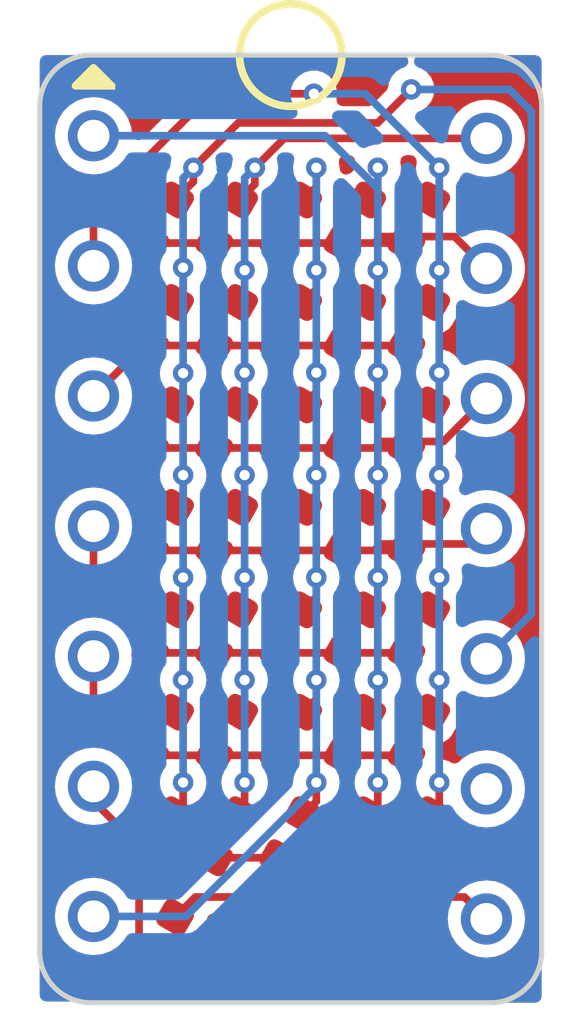
<source format=kicad_pcb>
(kicad_pcb (version 20221018) (generator pcbnew)
  (layers (0 "F.Cu" signal) (31 "B.Cu" signal) (34 "B.Paste" user) (35 "F.Paste" user) (36 "B.SilkS" user "B.Silkscreen") (37 "F.SilkS" user "F.Silkscreen") (38 "B.Mask" user) (39 "F.Mask" user) (44 "Edge.Cuts" user))
  (net 0 "")
  (net 1 "R1")
  (net 2 "C1")
  (net 3 "R2")
  (net 4 "R3")
  (net 5 "R4")
  (net 6 "R5")
  (net 7 "R6")
  (net 8 "R7")
  (net 9 "C2")
  (net 10 "C3")
  (net 11 "C4")
  (net 12 "C5")
  (net 13 "DP")
  (footprint "LED_SMD:LED_0402_1005Metric" (layer "F.Cu") (at 22.25 23.36375 60)
    (fp_text reference "D25" hide)
    (fp_text value "LED" hide)
    (pad "1" smd roundrect (at -0.485 0 60) (size 0.59 0.64) (layers "F.Cu" "F.Paste" "F.Mask") (net 4 "R3"))
    (pad "2" smd roundrect (at 0.485 0 60) (size 0.59 0.64) (layers "F.Cu" "F.Paste" "F.Mask") (net 11 "C4"))
  )
  (footprint "LED_SMD:LED_0402_1005Metric" (layer "F.Cu") (at 23.5 31.36375 60)
    (fp_text reference "D36" hide)
    (fp_text value "LED" hide)
    (pad "1" smd roundrect (at -0.485 0 60) (size 0.59 0.64) (layers "F.Cu" "F.Paste" "F.Mask") (net 8 "R7"))
    (pad "2" smd roundrect (at 0.485 0 60) (size 0.59 0.64) (layers "F.Cu" "F.Paste" "F.Mask") (net 12 "C5"))
  )
  (footprint "Connector_PinHeader_2.54mm:PinHeader_1x07_P2.54mm_Vertical" (layer "F.Cu") (at 24.82 17.73875)
    (fp_text reference "J2" hide)
    (fp_text value "Conn_01x07" hide)
    (pad "1" thru_hole circle (at 0 0) (size 1 1) (drill 0.625) (layers "*.Cu" "*.Mask") (net 9 "C2"))
    (pad "2" thru_hole circle (at 0 2.54) (size 1 1) (drill 0.625) (layers "*.Cu" "*.Mask") (net 1 "R1"))
    (pad "3" thru_hole circle (at 0 5.08) (size 1 1) (drill 0.625) (layers "*.Cu" "*.Mask") (net 4 "R3"))
    (pad "4" thru_hole circle (at 0 7.62) (size 1 1) (drill 0.625) (layers "*.Cu" "*.Mask") (net 5 "R4"))
    (pad "5" thru_hole circle (at 0 10.16) (size 1 1) (drill 0.625) (layers "*.Cu" "*.Mask") (net 2 "C1"))
    (pad "6" thru_hole circle (at 0 12.7) (size 1 1) (drill 0.625) (layers "*.Cu" "*.Mask"))
    (pad "7" thru_hole circle (at 0 15.24) (size 1 1) (drill 0.625) (layers "*.Cu" "*.Mask") (net 13 "DP"))
  )
  (footprint "LED_SMD:LED_0402_1005Metric" (layer "F.Cu") (at 19.75 31.36375 60)
    (fp_text reference "D15" hide)
    (fp_text value "LED" hide)
    (pad "1" smd roundrect (at -0.485 0 60) (size 0.59 0.64) (layers "F.Cu" "F.Paste" "F.Mask") (net 8 "R7"))
    (pad "2" smd roundrect (at 0.485 0 60) (size 0.59 0.64) (layers "F.Cu" "F.Paste" "F.Mask") (net 9 "C2"))
  )
  (footprint "LED_SMD:LED_0402_1005Metric" (layer "F.Cu") (at 19.75 29.36375 60)
    (fp_text reference "D14" hide)
    (fp_text value "LED" hide)
    (pad "1" smd roundrect (at -0.485 0 60) (size 0.59 0.64) (layers "F.Cu" "F.Paste" "F.Mask") (net 7 "R6"))
    (pad "2" smd roundrect (at 0.485 0 60) (size 0.59 0.64) (layers "F.Cu" "F.Paste" "F.Mask") (net 9 "C2"))
  )
  (footprint "LED_SMD:LED_0402_1005Metric" (layer "F.Cu") (at 18.5 19.36375 60)
    (fp_text reference "D1" hide)
    (fp_text value "LED" hide)
    (pad "1" smd roundrect (at -0.485 0 60) (size 0.59 0.64) (layers "F.Cu" "F.Paste" "F.Mask") (net 1 "R1"))
    (pad "2" smd roundrect (at 0.485 0 60) (size 0.59 0.64) (layers "F.Cu" "F.Paste" "F.Mask") (net 2 "C1"))
  )
  (footprint "LED_SMD:LED_0402_1005Metric" (layer "F.Cu") (at 22.25 21.36375 60)
    (fp_text reference "D24" hide)
    (fp_text value "LED" hide)
    (pad "1" smd roundrect (at -0.485 0 60) (size 0.59 0.64) (layers "F.Cu" "F.Paste" "F.Mask") (net 3 "R2"))
    (pad "2" smd roundrect (at 0.485 0 60) (size 0.59 0.64) (layers "F.Cu" "F.Paste" "F.Mask") (net 11 "C4"))
  )
  (footprint "LED_SMD:LED_0402_1005Metric" (layer "F.Cu") (at 18.5 29.36375 60)
    (fp_text reference "D6" hide)
    (fp_text value "LED" hide)
    (pad "1" smd roundrect (at -0.485 0 60) (size 0.59 0.64) (layers "F.Cu" "F.Paste" "F.Mask") (net 7 "R6"))
    (pad "2" smd roundrect (at 0.485 0 60) (size 0.59 0.64) (layers "F.Cu" "F.Paste" "F.Mask") (net 2 "C1"))
  )
  (footprint "LED_SMD:LED_0402_1005Metric" (layer "F.Cu") (at 21 23.36375 60)
    (fp_text reference "D18" hide)
    (fp_text value "LED" hide)
    (pad "1" smd roundrect (at -0.485 0 60) (size 0.59 0.64) (layers "F.Cu" "F.Paste" "F.Mask") (net 4 "R3"))
    (pad "2" smd roundrect (at 0.485 0 60) (size 0.59 0.64) (layers "F.Cu" "F.Paste" "F.Mask") (net 10 "C3"))
  )
  (footprint "LED_SMD:LED_0402_1005Metric" (layer "F.Cu") (at 22.25 25.36375 60)
    (fp_text reference "D26" hide)
    (fp_text value "LED" hide)
    (pad "1" smd roundrect (at -0.485 0 60) (size 0.59 0.64) (layers "F.Cu" "F.Paste" "F.Mask") (net 5 "R4"))
    (pad "2" smd roundrect (at 0.485 0 60) (size 0.59 0.64) (layers "F.Cu" "F.Paste" "F.Mask") (net 11 "C4"))
  )
  (footprint "LED_SMD:LED_0402_1005Metric" (layer "F.Cu") (at 19.75 25.36375 60)
    (fp_text reference "D12" hide)
    (fp_text value "LED" hide)
    (pad "1" smd roundrect (at -0.485 0 60) (size 0.59 0.64) (layers "F.Cu" "F.Paste" "F.Mask") (net 5 "R4"))
    (pad "2" smd roundrect (at 0.485 0 60) (size 0.59 0.64) (layers "F.Cu" "F.Paste" "F.Mask") (net 9 "C2"))
  )
  (footprint "LED_SMD:LED_0402_1005Metric" (layer "F.Cu") (at 22.25 29.36375 60)
    (fp_text reference "D28" hide)
    (fp_text value "LED" hide)
    (pad "1" smd roundrect (at -0.485 0 60) (size 0.59 0.64) (layers "F.Cu" "F.Paste" "F.Mask") (net 7 "R6"))
    (pad "2" smd roundrect (at 0.485 0 60) (size 0.59 0.64) (layers "F.Cu" "F.Paste" "F.Mask") (net 11 "C4"))
  )
  (footprint "LED_SMD:LED_0402_1005Metric" (layer "F.Cu") (at 19.75 23.36375 60)
    (fp_text reference "D11" hide)
    (fp_text value "LED" hide)
    (pad "1" smd roundrect (at -0.485 0 60) (size 0.59 0.64) (layers "F.Cu" "F.Paste" "F.Mask") (net 4 "R3"))
    (pad "2" smd roundrect (at 0.485 0 60) (size 0.59 0.64) (layers "F.Cu" "F.Paste" "F.Mask") (net 9 "C2"))
  )
  (footprint "LED_SMD:LED_0402_1005Metric" (layer "F.Cu") (at 23.5 29.36375 60)
    (fp_text reference "D35" hide)
    (fp_text value "LED" hide)
    (pad "1" smd roundrect (at -0.485 0 60) (size 0.59 0.64) (layers "F.Cu" "F.Paste" "F.Mask") (net 7 "R6"))
    (pad "2" smd roundrect (at 0.485 0 60) (size 0.59 0.64) (layers "F.Cu" "F.Paste" "F.Mask") (net 12 "C5"))
  )
  (footprint "LED_SMD:LED_0402_1005Metric" (layer "F.Cu") (at 18.5 27.36375 60)
    (fp_text reference "D5" hide)
    (fp_text value "LED" hide)
    (pad "1" smd roundrect (at -0.485 0 60) (size 0.59 0.64) (layers "F.Cu" "F.Paste" "F.Mask") (net 6 "R5"))
    (pad "2" smd roundrect (at 0.485 0 60) (size 0.59 0.64) (layers "F.Cu" "F.Paste" "F.Mask") (net 2 "C1"))
  )
  (footprint "LED_SMD:LED_0402_1005Metric" (layer "F.Cu") (at 21 25.36375 60)
    (fp_text reference "D19" hide)
    (fp_text value "LED" hide)
    (pad "1" smd roundrect (at -0.485 0 60) (size 0.59 0.64) (layers "F.Cu" "F.Paste" "F.Mask") (net 5 "R4"))
    (pad "2" smd roundrect (at 0.485 0 60) (size 0.59 0.64) (layers "F.Cu" "F.Paste" "F.Mask") (net 10 "C3"))
  )
  (footprint "LED_SMD:LED_0402_1005Metric" (layer "F.Cu") (at 19.75 19.36375 60)
    (fp_text reference "D9" hide)
    (fp_text value "LED" hide)
    (pad "1" smd roundrect (at -0.485 0 60) (size 0.59 0.64) (layers "F.Cu" "F.Paste" "F.Mask") (net 1 "R1"))
    (pad "2" smd roundrect (at 0.485 0 60) (size 0.59 0.64) (layers "F.Cu" "F.Paste" "F.Mask") (net 9 "C2"))
  )
  (footprint "LED_SMD:LED_0402_1005Metric" (layer "F.Cu") (at 18.5 23.36375 60)
    (fp_text reference "D3" hide)
    (fp_text value "LED" hide)
    (pad "1" smd roundrect (at -0.485 0 60) (size 0.59 0.64) (layers "F.Cu" "F.Paste" "F.Mask") (net 4 "R3"))
    (pad "2" smd roundrect (at 0.485 0 60) (size 0.59 0.64) (layers "F.Cu" "F.Paste" "F.Mask") (net 2 "C1"))
  )
  (footprint "LED_SMD:LED_0402_1005Metric" (layer "F.Cu") (at 21 29.36375 60)
    (fp_text reference "D21" hide)
    (fp_text value "LED" hide)
    (pad "1" smd roundrect (at -0.485 0 60) (size 0.59 0.64) (layers "F.Cu" "F.Paste" "F.Mask") (net 7 "R6"))
    (pad "2" smd roundrect (at 0.485 0 60) (size 0.59 0.64) (layers "F.Cu" "F.Paste" "F.Mask") (net 10 "C3"))
  )
  (footprint "LED_SMD:LED_0402_1005Metric" (layer "F.Cu") (at 19.75 27.36375 60)
    (fp_text reference "D13" hide)
    (fp_text value "LED" hide)
    (pad "1" smd roundrect (at -0.485 0 60) (size 0.59 0.64) (layers "F.Cu" "F.Paste" "F.Mask") (net 6 "R5"))
    (pad "2" smd roundrect (at 0.485 0 60) (size 0.59 0.64) (layers "F.Cu" "F.Paste" "F.Mask") (net 9 "C2"))
  )
  (footprint "Connector_PinHeader_2.54mm:PinHeader_1x07_P2.54mm_Vertical" (layer "F.Cu") (at 17.15 17.68875)
    (fp_text reference "J1" hide)
    (fp_text value "Conn_01x07" hide)
    (pad "1" thru_hole circle (at 0 0) (size 1 1) (drill 0.625) (layers "*.Cu" "*.Mask") (net 11 "C4"))
    (pad "2" thru_hole circle (at 0 2.54) (size 1 1) (drill 0.625) (layers "*.Cu" "*.Mask") (net 12 "C5"))
    (pad "3" thru_hole circle (at 0 5.08) (size 1 1) (drill 0.625) (layers "*.Cu" "*.Mask") (net 3 "R2"))
    (pad "4" thru_hole circle (at 0 7.62) (size 1 1) (drill 0.625) (layers "*.Cu" "*.Mask") (net 6 "R5"))
    (pad "5" thru_hole circle (at 0 10.16) (size 1 1) (drill 0.625) (layers "*.Cu" "*.Mask") (net 7 "R6"))
    (pad "6" thru_hole circle (at 0 12.7) (size 1 1) (drill 0.625) (layers "*.Cu" "*.Mask") (net 8 "R7"))
    (pad "7" thru_hole circle (at 0 15.24) (size 1 1) (drill 0.625) (layers "*.Cu" "*.Mask") (net 10 "C3"))
  )
  (footprint "LED_SMD:LED_0402_1005Metric" (layer "F.Cu") (at 23.5 27.36375 60)
    (fp_text reference "D34" hide)
    (fp_text value "LED" hide)
    (pad "1" smd roundrect (at -0.485 0 60) (size 0.59 0.64) (layers "F.Cu" "F.Paste" "F.Mask") (net 6 "R5"))
    (pad "2" smd roundrect (at 0.485 0 60) (size 0.59 0.64) (layers "F.Cu" "F.Paste" "F.Mask") (net 12 "C5"))
  )
  (footprint "LED_SMD:LED_0402_1005Metric" (layer "F.Cu") (at 18.5 31.36375 60)
    (fp_text reference "D7" hide)
    (fp_text value "LED" hide)
    (pad "1" smd roundrect (at -0.485 0 60) (size 0.59 0.64) (layers "F.Cu" "F.Paste" "F.Mask") (net 8 "R7"))
    (pad "2" smd roundrect (at 0.485 0 60) (size 0.59 0.64) (layers "F.Cu" "F.Paste" "F.Mask") (net 2 "C1"))
  )
  (footprint "LED_SMD:LED_0402_1005Metric" (layer "F.Cu") (at 23.5 25.36375 60)
    (fp_text reference "D33" hide)
    (fp_text value "LED" hide)
    (pad "1" smd roundrect (at -0.485 0 60) (size 0.59 0.64) (layers "F.Cu" "F.Paste" "F.Mask") (net 5 "R4"))
    (pad "2" smd roundrect (at 0.485 0 60) (size 0.59 0.64) (layers "F.Cu" "F.Paste" "F.Mask") (net 12 "C5"))
  )
  (footprint "LED_SMD:LED_0402_1005Metric" (layer "F.Cu") (at 21 31.36375 60)
    (fp_text reference "D22" hide)
    (fp_text value "LED" hide)
    (pad "1" smd roundrect (at -0.485 0 60) (size 0.59 0.64) (layers "F.Cu" "F.Paste" "F.Mask") (net 8 "R7"))
    (pad "2" smd roundrect (at 0.485 0 60) (size 0.59 0.64) (layers "F.Cu" "F.Paste" "F.Mask") (net 10 "C3"))
  )
  (footprint "LED_SMD:LED_0402_1005Metric" (layer "F.Cu") (at 18.5 25.36375 60)
    (fp_text reference "D4" hide)
    (fp_text value "LED" hide)
    (pad "1" smd roundrect (at -0.485 0 60) (size 0.59 0.64) (layers "F.Cu" "F.Paste" "F.Mask") (net 5 "R4"))
    (pad "2" smd roundrect (at 0.485 0 60) (size 0.59 0.64) (layers "F.Cu" "F.Paste" "F.Mask") (net 2 "C1"))
  )
  (footprint "LED_SMD:LED_0402_1005Metric" (layer "F.Cu") (at 21 19.36375 60)
    (fp_text reference "D16" hide)
    (fp_text value "LED" hide)
    (pad "1" smd roundrect (at -0.485 0 60) (size 0.59 0.64) (layers "F.Cu" "F.Paste" "F.Mask") (net 1 "R1"))
    (pad "2" smd roundrect (at 0.485 0 60) (size 0.59 0.64) (layers "F.Cu" "F.Paste" "F.Mask") (net 10 "C3"))
  )
  (footprint "LED_SMD:LED_0402_1005Metric" (layer "F.Cu") (at 22.25 31.36375 60)
    (fp_text reference "D29" hide)
    (fp_text value "LED" hide)
    (pad "1" smd roundrect (at -0.485 0 60) (size 0.59 0.64) (layers "F.Cu" "F.Paste" "F.Mask") (net 8 "R7"))
    (pad "2" smd roundrect (at 0.485 0 60) (size 0.59 0.64) (layers "F.Cu" "F.Paste" "F.Mask") (net 11 "C4"))
  )
  (footprint "LED_SMD:LED_0402_1005Metric" (layer "F.Cu") (at 23.5 23.36375 60)
    (fp_text reference "D32" hide)
    (fp_text value "LED" hide)
    (pad "1" smd roundrect (at -0.485 0 60) (size 0.59 0.64) (layers "F.Cu" "F.Paste" "F.Mask") (net 4 "R3"))
    (pad "2" smd roundrect (at 0.485 0 60) (size 0.59 0.64) (layers "F.Cu" "F.Paste" "F.Mask") (net 12 "C5"))
  )
  (footprint "LED_SMD:LED_0402_1005Metric" (layer "F.Cu") (at 22.25 27.36375 60)
    (fp_text reference "D27" hide)
    (fp_text value "LED" hide)
    (pad "1" smd roundrect (at -0.485 0 60) (size 0.59 0.64) (layers "F.Cu" "F.Paste" "F.Mask") (net 6 "R5"))
    (pad "2" smd roundrect (at 0.485 0 60) (size 0.59 0.64) (layers "F.Cu" "F.Paste" "F.Mask") (net 11 "C4"))
  )
  (footprint "LED_SMD:LED_0402_1005Metric" (layer "F.Cu") (at 18.5 21.36375 60)
    (fp_text reference "D2" hide)
    (fp_text value "LED" hide)
    (pad "1" smd roundrect (at -0.485 0 60) (size 0.59 0.64) (layers "F.Cu" "F.Paste" "F.Mask") (net 3 "R2"))
    (pad "2" smd roundrect (at 0.485 0 60) (size 0.59 0.64) (layers "F.Cu" "F.Paste" "F.Mask") (net 2 "C1"))
  )
  (footprint "LED_SMD:LED_0402_1005Metric" (layer "F.Cu") (at 18.5 33.36375 60)
    (fp_text reference "D8" hide)
    (fp_text value "LED" hide)
    (pad "1" smd roundrect (at -0.485 0 60) (size 0.59 0.64) (layers "F.Cu" "F.Paste" "F.Mask") (net 8 "R7"))
    (pad "2" smd roundrect (at 0.485 0 60) (size 0.59 0.64) (layers "F.Cu" "F.Paste" "F.Mask") (net 13 "DP"))
  )
  (footprint "LED_SMD:LED_0402_1005Metric" (layer "F.Cu") (at 23.5 19.36375 60)
    (fp_text reference "D30" hide)
    (fp_text value "LED" hide)
    (pad "1" smd roundrect (at -0.485 0 60) (size 0.59 0.64) (layers "F.Cu" "F.Paste" "F.Mask") (net 1 "R1"))
    (pad "2" smd roundrect (at 0.485 0 60) (size 0.59 0.64) (layers "F.Cu" "F.Paste" "F.Mask") (net 12 "C5"))
  )
  (footprint "LED_SMD:LED_0402_1005Metric" (layer "F.Cu") (at 21 21.36375 60)
    (fp_text reference "D17" hide)
    (fp_text value "LED" hide)
    (pad "1" smd roundrect (at -0.485 0 60) (size 0.59 0.64) (layers "F.Cu" "F.Paste" "F.Mask") (net 3 "R2"))
    (pad "2" smd roundrect (at 0.485 0 60) (size 0.59 0.64) (layers "F.Cu" "F.Paste" "F.Mask") (net 10 "C3"))
  )
  (footprint "LED_SMD:LED_0402_1005Metric" (layer "F.Cu") (at 21 27.36375 60)
    (fp_text reference "D20" hide)
    (fp_text value "LED" hide)
    (pad "1" smd roundrect (at -0.485 0 60) (size 0.59 0.64) (layers "F.Cu" "F.Paste" "F.Mask") (net 6 "R5"))
    (pad "2" smd roundrect (at 0.485 0 60) (size 0.59 0.64) (layers "F.Cu" "F.Paste" "F.Mask") (net 10 "C3"))
  )
  (footprint "LED_SMD:LED_0402_1005Metric" (layer "F.Cu") (at 19.75 21.36375 60)
    (fp_text reference "D10" hide)
    (fp_text value "LED" hide)
    (pad "1" smd roundrect (at -0.485 0 60) (size 0.59 0.64) (layers "F.Cu" "F.Paste" "F.Mask") (net 3 "R2"))
    (pad "2" smd roundrect (at 0.485 0 60) (size 0.59 0.64) (layers "F.Cu" "F.Paste" "F.Mask") (net 9 "C2"))
  )
  (footprint "LED_SMD:LED_0402_1005Metric" (layer "F.Cu") (at 22.25 19.36375 60)
    (fp_text reference "D23" hide)
    (fp_text value "LED" hide)
    (pad "1" smd roundrect (at -0.485 0 60) (size 0.59 0.64) (layers "F.Cu" "F.Paste" "F.Mask") (net 1 "R1"))
    (pad "2" smd roundrect (at 0.485 0 60) (size 0.59 0.64) (layers "F.Cu" "F.Paste" "F.Mask") (net 11 "C4"))
  )
  (footprint "LED_SMD:LED_0402_1005Metric" (layer "F.Cu") (at 23.5 21.36375 60)
    (fp_text reference "D31" hide)
    (fp_text value "LED" hide)
    (pad "1" smd roundrect (at -0.485 0 60) (size 0.59 0.64) (layers "F.Cu" "F.Paste" "F.Mask") (net 3 "R2"))
    (pad "2" smd roundrect (at 0.485 0 60) (size 0.59 0.64) (layers "F.Cu" "F.Paste" "F.Mask") (net 12 "C5"))
  )
  (gr_circle (center 21 16.11375) (end 22 16.11375) (stroke (width 0.15)) (fill none) (layer "F.SilkS"))
  (gr_poly (pts (xy 17.15 16.71375) (xy 16.8 16.71375) (xy 17.15 16.36375) (xy 17.5 16.71375)) (stroke (width 0.15)) (fill solid) (layer "F.SilkS"))
  (gr_arc (start 16.1 17.11375) (mid 16.392893 16.406643) (end 17.1 16.11375) (stroke (width 0.1)) (layer "Edge.Cuts"))
  (gr_arc (start 25.9 33.61375) (mid 25.607107 34.320857) (end 24.9 34.61375) (stroke (width 0.1)) (layer "Edge.Cuts"))
  (gr_line (start 25.9 17.11375) (end 25.9 33.61375) (stroke (width 0.1)) (layer "Edge.Cuts"))
  (gr_line (start 24.9 34.61375) (end 17.1 34.61375) (stroke (width 0.1)) (layer "Edge.Cuts"))
  (gr_line (start 17.1 16.11375) (end 24.9 16.11375) (stroke (width 0.1)) (layer "Edge.Cuts"))
  (gr_line (start 16.1 33.61375) (end 16.1 17.11375) (stroke (width 0.1)) (layer "Edge.Cuts"))
  (gr_arc (start 24.9 16.11375) (mid 25.607107 16.406643) (end 25.9 17.11375) (stroke (width 0.1)) (layer "Edge.Cuts"))
  (gr_arc (start 17.1 34.61375) (mid 16.392893 34.320857) (end 16.1 33.61375) (stroke (width 0.1)) (layer "Edge.Cuts"))
  (segment (start 20.7575 19.78375) (end 19.5075 19.78375) (width 0.15) (layer "F.Cu") (net 1))
  (segment (start 19.5075 19.78375) (end 18.2575 19.78375) (width 0.15) (layer "F.Cu") (net 1))
  (segment (start 22.6325 19.78375) (end 22.7591 19.65715) (width 0.15) (layer "F.Cu") (net 1))
  (segment (start 22.0075 19.78375) (end 20.7575 19.78375) (width 0.15) (layer "F.Cu") (net 1))
  (segment (start 22.6325 19.78375) (end 22.0075 19.78375) (width 0.15) (layer "F.Cu") (net 1))
  (segment (start 22.7591 19.65715) (end 24.1984 19.65715) (width 0.15) (layer "F.Cu") (net 1))
  (segment (start 23.2575 19.78375) (end 22.6325 19.78375) (width 0.15) (layer "F.Cu") (net 1))
  (segment (start 24.1984 19.65715) (end 24.82 20.27875) (width 0.15) (layer "F.Cu") (net 1))
  (segment (start 18.9 30.78625) (end 18.9 30.31375) (width 0.15) (layer "F.Cu") (net 2))
  (segment (start 18.9 22.78625) (end 18.7425 22.94375) (width 0.15) (layer "F.Cu") (net 2))
  (segment (start 19.1 18.31375) (end 19.9754 17.43835) (width 0.15) (layer "F.Cu") (net 2))
  (segment (start 18.9 24.31375) (end 18.9 24.78625) (width 0.15) (layer "F.Cu") (net 2))
  (segment (start 18.7425 28.94375) (end 18.9 28.78625) (width 0.15) (layer "F.Cu") (net 2))
  (segment (start 19.9754 17.43835) (end 22.6984 17.43835) (width 0.15) (layer "F.Cu") (net 2))
  (segment (start 18.7425 30.94375) (end 18.9 30.78625) (width 0.15) (layer "F.Cu") (net 2))
  (segment (start 18.7425 26.94375) (end 18.9 26.78625) (width 0.15) (layer "F.Cu") (net 2))
  (segment (start 18.9 24.78625) (end 18.7425 24.94375) (width 0.15) (layer "F.Cu") (net 2))
  (segment (start 18.9 28.78625) (end 18.9 28.31375) (width 0.15) (layer "F.Cu") (net 2))
  (segment (start 19.1 18.58625) (end 19.1 18.31375) (width 0.15) (layer "F.Cu") (net 2))
  (segment (start 22.6984 17.43835) (end 23.3518 16.78495) (width 0.15) (layer "F.Cu") (net 2))
  (segment (start 18.9 22.32375) (end 18.9 22.78625) (width 0.15) (layer "F.Cu") (net 2))
  (segment (start 18.7425 18.94375) (end 19.1 18.58625) (width 0.15) (layer "F.Cu") (net 2))
  (segment (start 18.9 26.78625) (end 18.9 26.31375) (width 0.15) (layer "F.Cu") (net 2))
  (segment (start 18.9 20.26375) (end 18.9 20.78625) (width 0.15) (layer "F.Cu") (net 2))
  (segment (start 18.9 20.78625) (end 18.7425 20.94375) (width 0.15) (layer "F.Cu") (net 2))
  (via (at 18.9 28.31375) (size 0.4) (drill 0.2) (layers "F.Cu" "B.Cu") (net 2))
  (via (at 19.1 18.31375) (size 0.4) (drill 0.2) (layers "F.Cu" "B.Cu") (net 2))
  (via (at 18.9 30.31375) (size 0.4) (drill 0.2) (layers "F.Cu" "B.Cu") (net 2))
  (via (at 23.3518 16.78495) (size 0.4) (drill 0.2) (layers "F.Cu" "B.Cu") (net 2))
  (via (at 18.9 26.31375) (size 0.4) (drill 0.2) (layers "F.Cu" "B.Cu") (net 2))
  (via (at 18.9 20.26375) (size 0.4) (drill 0.2) (layers "F.Cu" "B.Cu") (net 2))
  (via (at 18.9 24.31375) (size 0.4) (drill 0.2) (layers "F.Cu" "B.Cu") (net 2))
  (via (at 18.9 22.32375) (size 0.4) (drill 0.2) (layers "F.Cu" "B.Cu") (net 2))
  (segment (start 18.9 30.31375) (end 18.9 28.31375) (width 0.15) (layer "B.Cu") (net 2))
  (segment (start 23.3518 16.78495) (end 25.2712 16.78495) (width 0.15) (layer "B.Cu") (net 2))
  (segment (start 18.9 18.51375) (end 19.1 18.31375) (width 0.15) (layer "B.Cu") (net 2))
  (segment (start 18.9 28.31375) (end 18.9 26.31375) (width 0.15) (layer "B.Cu") (net 2))
  (segment (start 18.9 22.32375) (end 18.9 20.26375) (width 0.15) (layer "B.Cu") (net 2))
  (segment (start 18.9 26.31375) (end 18.9 24.31375) (width 0.15) (layer "B.Cu") (net 2))
  (segment (start 18.9 20.26375) (end 18.9 18.51375) (width 0.15) (layer "B.Cu") (net 2))
  (segment (start 25.7 27.01875) (end 24.82 27.89875) (width 0.15) (layer "B.Cu") (net 2))
  (segment (start 25.2712 16.78495) (end 25.7 17.21375) (width 0.15) (layer "B.Cu") (net 2))
  (segment (start 18.9 24.31375) (end 18.9 22.32375) (width 0.15) (layer "B.Cu") (net 2))
  (segment (start 25.7 17.21375) (end 25.7 27.01875) (width 0.15) (layer "B.Cu") (net 2))
  (segment (start 18.135 21.78375) (end 17.15 22.76875) (width 0.15) (layer "F.Cu") (net 3))
  (segment (start 18.2575 21.78375) (end 18.135 21.78375) (width 0.15) (layer "F.Cu") (net 3))
  (segment (start 22.0075 21.78375) (end 23.2575 21.78375) (width 0.15) (layer "F.Cu") (net 3))
  (segment (start 19.5075 21.78375) (end 20.7575 21.78375) (width 0.15) (layer "F.Cu") (net 3))
  (segment (start 18.2575 21.78375) (end 19.5075 21.78375) (width 0.15) (layer "F.Cu") (net 3))
  (segment (start 20.7575 21.78375) (end 22.0075 21.78375) (width 0.15) (layer "F.Cu") (net 3))
  (segment (start 22.0075 23.78375) (end 20.7575 23.78375) (width 0.15) (layer "F.Cu") (net 4))
  (segment (start 22.7591 23.65715) (end 23.9816 23.65715) (width 0.15) (layer "F.Cu") (net 4))
  (segment (start 19.5075 23.78375) (end 18.2575 23.78375) (width 0.15) (layer "F.Cu") (net 4))
  (segment (start 22.6325 23.78375) (end 22.7591 23.65715) (width 0.15) (layer "F.Cu") (net 4))
  (segment (start 20.7575 23.78375) (end 19.5075 23.78375) (width 0.15) (layer "F.Cu") (net 4))
  (segment (start 23.9816 23.65715) (end 24.82 22.81875) (width 0.15) (layer "F.Cu") (net 4))
  (segment (start 22.6325 23.78375) (end 22.0075 23.78375) (width 0.15) (layer "F.Cu") (net 4))
  (segment (start 23.2575 23.78375) (end 22.6325 23.78375) (width 0.15) (layer "F.Cu") (net 4))
  (segment (start 24.5216 25.65715) (end 24.82 25.35875) (width 0.15) (layer "F.Cu") (net 5))
  (segment (start 20.7575 25.78375) (end 22.0075 25.78375) (width 0.15) (layer "F.Cu") (net 5))
  (segment (start 19.5075 25.78375) (end 20.7575 25.78375) (width 0.15) (layer "F.Cu") (net 5))
  (segment (start 22.6325 25.78375) (end 22.7591 25.65715) (width 0.15) (layer "F.Cu") (net 5))
  (segment (start 18.2575 25.78375) (end 19.5075 25.78375) (width 0.15) (layer "F.Cu") (net 5))
  (segment (start 22.6325 25.78375) (end 23.2575 25.78375) (width 0.15) (layer "F.Cu") (net 5))
  (segment (start 22.7591 25.65715) (end 24.5216 25.65715) (width 0.15) (layer "F.Cu") (net 5))
  (segment (start 22.0075 25.78375) (end 22.6325 25.78375) (width 0.15) (layer "F.Cu") (net 5))
  (segment (start 18.2575 27.78375) (end 19.5075 27.78375) (width 0.15) (layer "F.Cu") (net 6))
  (segment (start 19.5075 27.78375) (end 20.7575 27.78375) (width 0.15) (layer "F.Cu") (net 6))
  (segment (start 17.15 26.67625) (end 17.15 25.30875) (width 0.15) (layer "F.Cu") (net 6))
  (segment (start 22.0075 27.78375) (end 23.2575 27.78375) (width 0.15) (layer "F.Cu") (net 6))
  (segment (start 20.7575 27.78375) (end 22.0075 27.78375) (width 0.15) (layer "F.Cu") (net 6))
  (segment (start 18.2575 27.78375) (end 17.15 26.67625) (width 0.15) (layer "F.Cu") (net 6))
  (segment (start 18.2575 29.78375) (end 17.15 28.67625) (width 0.15) (layer "F.Cu") (net 7))
  (segment (start 20.7575 29.78375) (end 22.0075 29.78375) (width 0.15) (layer "F.Cu") (net 7))
  (segment (start 22.0075 29.78375) (end 23.2575 29.78375) (width 0.15) (layer "F.Cu") (net 7))
  (segment (start 18.2575 29.78375) (end 19.5075 29.78375) (width 0.15) (layer "F.Cu") (net 7))
  (segment (start 17.15 28.67625) (end 17.15 27.84875) (width 0.15) (layer "F.Cu") (net 7))
  (segment (start 19.5075 29.78375) (end 20.7575 29.78375) (width 0.15) (layer "F.Cu") (net 7))
  (segment (start 18.04 33.56625) (end 18.04 32.00125) (width 0.15) (layer "F.Cu") (net 8))
  (segment (start 18.04 32.00125) (end 18.2575 31.78375) (width 0.15) (layer "F.Cu") (net 8))
  (segment (start 17.15 30.67625) (end 17.15 30.38875) (width 0.15) (layer "F.Cu") (net 8))
  (segment (start 18.2575 31.78375) (end 19.5075 31.78375) (width 0.15) (layer "F.Cu") (net 8))
  (segment (start 18.2575 33.78375) (end 18.04 33.56625) (width 0.15) (layer "F.Cu") (net 8))
  (segment (start 18.2575 31.78375) (end 17.15 30.67625) (width 0.15) (layer "F.Cu") (net 8))
  (segment (start 19.5075 31.78375) (end 20.7575 31.78375) (width 0.15) (layer "F.Cu") (net 8))
  (segment (start 20.7575 31.78375) (end 22.0075 31.78375) (width 0.15) (layer "F.Cu") (net 8))
  (segment (start 22.0075 31.78375) (end 23.2575 31.78375) (width 0.15) (layer "F.Cu") (net 8))
  (segment (start 20.8735 17.74025) (end 24.8185 17.74025) (width 0.15) (layer "F.Cu") (net 9))
  (segment (start 20.3 18.63625) (end 20.3 18.31375) (width 0.15) (layer "F.Cu") (net 9))
  (segment (start 20.1 22.31375) (end 20.1 22.83625) (width 0.15) (layer "F.Cu") (net 9))
  (segment (start 20.3 18.31375) (end 20.8735 17.74025) (width 0.15) (layer "F.Cu") (net 9))
  (segment (start 20.1 20.83625) (end 19.9925 20.94375) (width 0.15) (layer "F.Cu") (net 9))
  (segment (start 20.1 22.83625) (end 19.9925 22.94375) (width 0.15) (layer "F.Cu") (net 9))
  (segment (start 20.1 20.31375) (end 20.1 20.83625) (width 0.15) (layer "F.Cu") (net 9))
  (segment (start 20.1 28.83625) (end 20.1 28.31375) (width 0.15) (layer "F.Cu") (net 9))
  (segment (start 24.8185 17.74025) (end 24.82 17.73875) (width 0.15) (layer "F.Cu") (net 9))
  (segment (start 19.9925 28.94375) (end 20.1 28.83625) (width 0.15) (layer "F.Cu") (net 9))
  (segment (start 19.9925 30.94375) (end 20.1 30.83625) (width 0.15) (layer "F.Cu") (net 9))
  (segment (start 20.1 24.31375) (end 20.1 24.83625) (width 0.15) (layer "F.Cu") (net 9))
  (segment (start 19.9925 26.94375) (end 20.1 26.83625) (width 0.15) (layer "F.Cu") (net 9))
  (segment (start 20.1 30.83625) (end 20.1 30.31375) (width 0.15) (layer "F.Cu") (net 9))
  (segment (start 20.1 26.83625) (end 20.1 26.31375) (width 0.15) (layer "F.Cu") (net 9))
  (segment (start 20.1 24.83625) (end 19.9925 24.94375) (width 0.15) (layer "F.Cu") (net 9))
  (segment (start 19.9925 18.94375) (end 20.3 18.63625) (width 0.15) (layer "F.Cu") (net 9))
  (via (at 20.1 30.31375) (size 0.4) (drill 0.2) (layers "F.Cu" "B.Cu") (net 9))
  (via (at 20.1 26.31375) (size 0.4) (drill 0.2) (layers "F.Cu" "B.Cu") (net 9))
  (via (at 20.3 18.31375) (size 0.4) (drill 0.2) (layers "F.Cu" "B.Cu") (net 9))
  (via (at 20.1 28.31375) (size 0.4) (drill 0.2) (layers "F.Cu" "B.Cu") (net 9))
  (via (at 20.1 24.31375) (size 0.4) (drill 0.2) (layers "F.Cu" "B.Cu") (net 9))
  (via (at 20.1 20.31375) (size 0.4) (drill 0.2) (layers "F.Cu" "B.Cu") (net 9))
  (via (at 20.1 22.31375) (size 0.4) (drill 0.2) (layers "F.Cu" "B.Cu") (net 9))
  (segment (start 20.1 18.51375) (end 20.3 18.31375) (width 0.15) (layer "B.Cu") (net 9))
  (segment (start 20.1 24.31375) (end 20.1 22.31375) (width 0.15) (layer "B.Cu") (net 9))
  (segment (start 20.1 28.31375) (end 20.1 26.31375) (width 0.15) (layer "B.Cu") (net 9))
  (segment (start 20.1 20.31375) (end 20.1 18.51375) (width 0.15) (layer "B.Cu") (net 9))
  (segment (start 20.1 22.31375) (end 20.1 20.31375) (width 0.15) (layer "B.Cu") (net 9))
  (segment (start 20.1 30.31375) (end 20.1 28.31375) (width 0.15) (layer "B.Cu") (net 9))
  (segment (start 20.1 26.31375) (end 20.1 24.31375) (width 0.15) (layer "B.Cu") (net 9))
  (segment (start 21.2425 26.94375) (end 21.5 26.68625) (width 0.15) (layer "F.Cu") (net 10))
  (segment (start 21.5 20.68625) (end 21.5 20.31375) (width 0.15) (layer "F.Cu") (net 10))
  (segment (start 21.5 18.68625) (end 21.5 18.31375) (width 0.15) (layer "F.Cu") (net 10))
  (segment (start 21.5 26.68625) (end 21.5 26.31375) (width 0.15) (layer "F.Cu") (net 10))
  (segment (start 21.2425 18.94375) (end 21.5 18.68625) (width 0.15) (layer "F.Cu") (net 10))
  (segment (start 21.2425 22.94375) (end 21.5 22.68625) (width 0.15) (layer "F.Cu") (net 10))
  (segment (start 21.5 24.68625) (end 21.5 24.31375) (width 0.15) (layer "F.Cu") (net 10))
  (segment (start 21.2425 28.94375) (end 21.5 28.68625) (width 0.15) (layer "F.Cu") (net 10))
  (segment (start 21.2425 30.94375) (end 21.5 30.68625) (width 0.15) (layer "F.Cu") (net 10))
  (segment (start 21.5 22.68625) (end 21.5 22.31375) (width 0.15) (layer "F.Cu") (net 10))
  (segment (start 21.2425 24.94375) (end 21.5 24.68625) (width 0.15) (layer "F.Cu") (net 10))
  (segment (start 21.5 28.68625) (end 21.5 28.31375) (width 0.15) (layer "F.Cu") (net 10))
  (segment (start 21.5 30.68625) (end 21.5 30.31375) (width 0.15) (layer "F.Cu") (net 10))
  (segment (start 21.2425 20.94375) (end 21.5 20.68625) (width 0.15) (layer "F.Cu") (net 10))
  (via (at 21.5 18.31375) (size 0.4) (drill 0.2) (layers "F.Cu" "B.Cu") (net 10))
  (via (at 21.5 28.31375) (size 0.4) (drill 0.2) (layers "F.Cu" "B.Cu") (net 10))
  (via (at 21.5 20.31375) (size 0.4) (drill 0.2) (layers "F.Cu" "B.Cu") (net 10))
  (via (at 21.5 22.31375) (size 0.4) (drill 0.2) (layers "F.Cu" "B.Cu") (net 10))
  (via (at 21.5 24.31375) (size 0.4) (drill 0.2) (layers "F.Cu" "B.Cu") (net 10))
  (via (at 21.5 30.31375) (size 0.4) (drill 0.2) (layers "F.Cu" "B.Cu") (net 10))
  (via (at 21.5 26.31375) (size 0.4) (drill 0.2) (layers "F.Cu" "B.Cu") (net 10))
  (segment (start 21.5 22.31375) (end 21.5 20.31375) (width 0.15) (layer "B.Cu") (net 10))
  (segment (start 21.5 28.31375) (end 21.5 26.31375) (width 0.15) (layer "B.Cu") (net 10))
  (segment (start 21.5 30.31375) (end 21.5 28.31375) (width 0.15) (layer "B.Cu") (net 10))
  (segment (start 21.5 30.38365) (end 18.9549 32.92875) (width 0.15) (layer "B.Cu") (net 10))
  (segment (start 21.5 26.31375) (end 21.5 24.31375) (width 0.15) (layer "B.Cu") (net 10))
  (segment (start 21.5 24.31375) (end 21.5 22.31375) (width 0.15) (layer "B.Cu") (net 10))
  (segment (start 21.5 30.31375) (end 21.5 30.38365) (width 0.15) (layer "B.Cu") (net 10))
  (segment (start 21.5 20.31375) (end 21.5 18.31375) (width 0.15) (layer "B.Cu") (net 10))
  (segment (start 18.9549 32.92875) (end 17.15 32.92875) (width 0.15) (layer "B.Cu") (net 10))
  (segment (start 22.4925 30.94375) (end 22.7 30.73625) (width 0.15) (layer "F.Cu") (net 11))
  (segment (start 22.4925 20.94375) (end 22.7 20.73625) (width 0.15) (layer "F.Cu") (net 11))
  (segment (start 22.7 20.73625) (end 22.7 20.31375) (width 0.15) (layer "F.Cu") (net 11))
  (segment (start 22.7 28.73625) (end 22.7 28.31375) (width 0.15) (layer "F.Cu") (net 11))
  (segment (start 22.7 22.73625) (end 22.7 22.31375) (width 0.15) (layer "F.Cu") (net 11))
  (segment (start 22.4925 28.94375) (end 22.7 28.73625) (width 0.15) (layer "F.Cu") (net 11))
  (segment (start 22.4925 18.94375) (end 22.7 18.73625) (width 0.15) (layer "F.Cu") (net 11))
  (segment (start 22.4925 22.94375) (end 22.7 22.73625) (width 0.15) (layer "F.Cu") (net 11))
  (segment (start 22.4925 24.94375) (end 22.7 24.73625) (width 0.15) (layer "F.Cu") (net 11))
  (segment (start 22.4925 26.94375) (end 22.7 26.73625) (width 0.15) (layer "F.Cu") (net 11))
  (segment (start 22.7 26.73625) (end 22.7 26.31375) (width 0.15) (layer "F.Cu") (net 11))
  (segment (start 22.7 30.73625) (end 22.7 30.31375) (width 0.15) (layer "F.Cu") (net 11))
  (segment (start 22.7 18.73625) (end 22.7 18.31375) (width 0.15) (layer "F.Cu") (net 11))
  (segment (start 22.7 24.73625) (end 22.7 24.31375) (width 0.15) (layer "F.Cu") (net 11))
  (via (at 22.7 24.31375) (size 0.4) (drill 0.2) (layers "F.Cu" "B.Cu") (net 11))
  (via (at 22.7 18.31375) (size 0.4) (drill 0.2) (layers "F.Cu" "B.Cu") (net 11))
  (via (at 22.7 20.31375) (size 0.4) (drill 0.2) (layers "F.Cu" "B.Cu") (net 11))
  (via (at 22.7 26.31375) (size 0.4) (drill 0.2) (layers "F.Cu" "B.Cu") (net 11))
  (via (at 22.7 30.31375) (size 0.4) (drill 0.2) (layers "F.Cu" "B.Cu") (net 11))
  (via (at 22.7 22.31375) (size 0.4) (drill 0.2) (layers "F.Cu" "B.Cu") (net 11))
  (via (at 22.7 28.31375) (size 0.4) (drill 0.2) (layers "F.Cu" "B.Cu") (net 11))
  (segment (start 21.6696 17.68875) (end 17.15 17.68875) (width 0.15) (layer "B.Cu") (net 11))
  (segment (start 22.7 22.31375) (end 22.7 24.31375) (width 0.15) (layer "B.Cu") (net 11))
  (segment (start 22.7 18.71915) (end 22.7 20.31375) (width 0.15) (layer "B.Cu") (net 11))
  (segment (start 22.7 24.31375) (end 22.7 26.31375) (width 0.15) (layer "B.Cu") (net 11))
  (segment (start 22.7 18.31375) (end 22.7 18.71915) (width 0.15) (layer "B.Cu") (net 11))
  (segment (start 22.7 26.31375) (end 22.7 28.31375) (width 0.15) (layer "B.Cu") (net 11))
  (segment (start 22.7 18.71915) (end 21.6696 17.68875) (width 0.15) (layer "B.Cu") (net 11))
  (segment (start 22.7 20.31375) (end 22.7 22.31375) (width 0.15) (layer "B.Cu") (net 11))
  (segment (start 22.7 28.31375) (end 22.7 30.31375) (width 0.15) (layer "B.Cu") (net 11))
  (segment (start 23.9 30.78625) (end 23.9 30.31375) (width 0.15) (layer "F.Cu") (net 12))
  (segment (start 23.9 18.31375) (end 23.9 18.78625) (width 0.15) (layer "F.Cu") (net 12))
  (segment (start 17.15 20.22875) (end 17.15 19.16375) (width 0.15) (layer "F.Cu") (net 12))
  (segment (start 23.9 24.78625) (end 23.9 24.31375) (width 0.15) (layer "F.Cu") (net 12))
  (segment (start 23.7425 26.94375) (end 23.9 26.78625) (width 0.15) (layer "F.Cu") (net 12))
  (segment (start 23.9 20.78625) (end 23.9 20.31375) (width 0.15) (layer "F.Cu") (net 12))
  (segment (start 19.445 16.86875) (end 21.4515 16.86875) (width 0.15) (layer "F.Cu") (net 12))
  (segment (start 23.9 22.78625) (end 23.9 22.31375) (width 0.15) (layer "F.Cu") (net 12))
  (segment (start 23.7425 28.94375) (end 23.9 28.78625) (width 0.15) (layer "F.Cu") (net 12))
  (segment (start 23.7425 30.94375) (end 23.9 30.78625) (width 0.15) (layer "F.Cu") (net 12))
  (segment (start 23.7425 22.94375) (end 23.9 22.78625) (width 0.15) (layer "F.Cu") (net 12))
  (segment (start 23.9 18.78625) (end 23.7425 18.94375) (width 0.15) (layer "F.Cu") (net 12))
  (segment (start 23.9 28.78625) (end 23.9 28.31375) (width 0.15) (layer "F.Cu") (net 12))
  (segment (start 23.7425 20.94375) (end 23.9 20.78625) (width 0.15) (layer "F.Cu") (net 12))
  (segment (start 23.9 26.78625) (end 23.9 26.31375) (width 0.15) (layer "F.Cu") (net 12))
  (segment (start 23.7425 24.94375) (end 23.9 24.78625) (width 0.15) (layer "F.Cu") (net 12))
  (segment (start 17.15 19.16375) (end 19.445 16.86875) (width 0.15) (layer "F.Cu") (net 12))
  (via (at 23.9 22.31375) (size 0.4) (drill 0.2) (layers "F.Cu" "B.Cu") (net 12))
  (via (at 23.9 18.31375) (size 0.4) (drill 0.2) (layers "F.Cu" "B.Cu") (net 12))
  (via (at 23.9 28.31375) (size 0.4) (drill 0.2) (layers "F.Cu" "B.Cu") (net 12))
  (via (at 23.9 24.31375) (size 0.4) (drill 0.2) (layers "F.Cu" "B.Cu") (net 12))
  (via (at 21.4515 16.86875) (size 0.4) (drill 0.2) (layers "F.Cu" "B.Cu") (net 12))
  (via (at 23.9 20.31375) (size 0.4) (drill 0.2) (layers "F.Cu" "B.Cu") (net 12))
  (via (at 23.9 30.31375) (size 0.4) (drill 0.2) (layers "F.Cu" "B.Cu") (net 12))
  (via (at 23.9 26.31375) (size 0.4) (drill 0.2) (layers "F.Cu" "B.Cu") (net 12))
  (segment (start 23.9 18.31375) (end 23.9 20.31375) (width 0.15) (layer "B.Cu") (net 12))
  (segment (start 22.455 16.86875) (end 21.4515 16.86875) (width 0.15) (layer "B.Cu") (net 12))
  (segment (start 23.9 26.31375) (end 23.9 24.31375) (width 0.15) (layer "B.Cu") (net 12))
  (segment (start 23.9 24.31375) (end 23.9 22.31375) (width 0.15) (layer "B.Cu") (net 12))
  (segment (start 23.9 28.31375) (end 23.9 26.31375) (width 0.15) (layer "B.Cu") (net 12))
  (segment (start 23.9 18.31375) (end 22.455 16.86875) (width 0.15) (layer "B.Cu") (net 12))
  (segment (start 23.9 22.31375) (end 23.9 20.31375) (width 0.15) (layer "B.Cu") (net 12))
  (segment (start 23.9 30.31375) (end 23.9 28.31375) (width 0.15) (layer "B.Cu") (net 12))
  (segment (start 18.7425 32.943728) (end 19.136278 32.54995) (width 0.15) (layer "F.Cu") (net 13))
  (segment (start 19.136278 32.54995) (end 19.675 32.54995) (width 0.15) (layer "F.Cu") (net 13))
  (segment (start 24.3912 32.54995) (end 24.82 32.97875) (width 0.15) (layer "F.Cu") (net 13))
  (segment (start 19.675 32.54995) (end 24.3912 32.54995) (width 0.15) (layer "F.Cu") (net 13))
  (zone (net 0) (net_name "") (layers "F&B.Cu") (connect_pads yes (clearance 0.25)) (min_thickness 0.25) (fill yes (thermal_gap 0.5) (thermal_bridge_width 0.5) (island_removal_mode 1) (island_area_min 10))
    (polygon (pts (xy 16.1 16.11375) (xy 25.9 16.11375) (xy 25.9 34.61375) (xy 16.1 34.58875)))
  )
)
</source>
